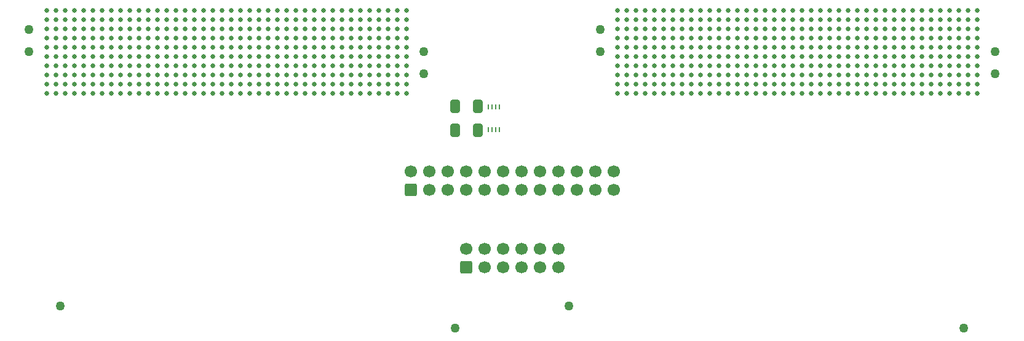
<source format=gbr>
%TF.GenerationSoftware,KiCad,Pcbnew,7.0.10*%
%TF.CreationDate,2024-12-16T15:55:03-07:00*%
%TF.ProjectId,DRXDaughterboard,44525844-6175-4676-9874-6572626f6172,1.1*%
%TF.SameCoordinates,Original*%
%TF.FileFunction,Soldermask,Top*%
%TF.FilePolarity,Negative*%
%FSLAX46Y46*%
G04 Gerber Fmt 4.6, Leading zero omitted, Abs format (unit mm)*
G04 Created by KiCad (PCBNEW 7.0.10) date 2024-12-16 15:55:03*
%MOMM*%
%LPD*%
G01*
G04 APERTURE LIST*
G04 Aperture macros list*
%AMRoundRect*
0 Rectangle with rounded corners*
0 $1 Rounding radius*
0 $2 $3 $4 $5 $6 $7 $8 $9 X,Y pos of 4 corners*
0 Add a 4 corners polygon primitive as box body*
4,1,4,$2,$3,$4,$5,$6,$7,$8,$9,$2,$3,0*
0 Add four circle primitives for the rounded corners*
1,1,$1+$1,$2,$3*
1,1,$1+$1,$4,$5*
1,1,$1+$1,$6,$7*
1,1,$1+$1,$8,$9*
0 Add four rect primitives between the rounded corners*
20,1,$1+$1,$2,$3,$4,$5,0*
20,1,$1+$1,$4,$5,$6,$7,0*
20,1,$1+$1,$6,$7,$8,$9,0*
20,1,$1+$1,$8,$9,$2,$3,0*%
G04 Aperture macros list end*
%ADD10R,0.250000X0.750000*%
%ADD11RoundRect,0.250000X0.412500X0.650000X-0.412500X0.650000X-0.412500X-0.650000X0.412500X-0.650000X0*%
%ADD12RoundRect,0.250000X0.600000X-0.600000X0.600000X0.600000X-0.600000X0.600000X-0.600000X-0.600000X0*%
%ADD13C,1.700000*%
%ADD14C,1.270000*%
%ADD15C,0.640000*%
%ADD16RoundRect,0.250000X-0.412500X-0.650000X0.412500X-0.650000X0.412500X0.650000X-0.412500X0.650000X0*%
G04 APERTURE END LIST*
D10*
%TO.C,U1*%
X138974001Y-89770773D03*
X139474001Y-89770773D03*
X139974001Y-89770773D03*
X140474001Y-89770773D03*
X140474001Y-86670773D03*
X139974001Y-86670773D03*
X139474001Y-86670773D03*
X138974001Y-86670773D03*
%TD*%
D11*
%TO.C,C1*%
X137476501Y-86569773D03*
X134351501Y-86569773D03*
%TD*%
D12*
%TO.C,J3*%
X128294001Y-98117273D03*
D13*
X128294001Y-95577273D03*
X130834001Y-98117273D03*
X130834001Y-95577273D03*
X133374001Y-98117273D03*
X133374001Y-95577273D03*
X135914001Y-98117273D03*
X135914001Y-95577273D03*
X138454001Y-98117273D03*
X138454001Y-95577273D03*
X140994001Y-98117273D03*
X140994001Y-95577273D03*
X143534001Y-98117273D03*
X143534001Y-95577273D03*
X146074001Y-98117273D03*
X146074001Y-95577273D03*
X148614001Y-98117273D03*
X148614001Y-95577273D03*
X151154001Y-98117273D03*
X151154001Y-95577273D03*
X153694001Y-98117273D03*
X153694001Y-95577273D03*
X156234001Y-98117273D03*
X156234001Y-95577273D03*
%TD*%
D14*
%TO.C,J8*%
X208710001Y-82126773D03*
X154329001Y-79076773D03*
D15*
X206285001Y-84791773D03*
X205015001Y-84791773D03*
X203745001Y-84791773D03*
X202475001Y-84791773D03*
X201205001Y-84791773D03*
X199935001Y-84791773D03*
X198665001Y-84791773D03*
X197395001Y-84791773D03*
X196125001Y-84791773D03*
X194855001Y-84791773D03*
X193585001Y-84791773D03*
X192315001Y-84791773D03*
X191045001Y-84791773D03*
X189775001Y-84791773D03*
X188505001Y-84791773D03*
X187235001Y-84791773D03*
X185965001Y-84791773D03*
X184695001Y-84791773D03*
X183425001Y-84791773D03*
X182160001Y-84791773D03*
X180880001Y-84791773D03*
X179615001Y-84791773D03*
X178345001Y-84791773D03*
X177075001Y-84791773D03*
X175805001Y-84791773D03*
X174535001Y-84791773D03*
X173265001Y-84791773D03*
X171995001Y-84791773D03*
X170725001Y-84791773D03*
X169455001Y-84791773D03*
X168185001Y-84791773D03*
X166915001Y-84791773D03*
X165645001Y-84791773D03*
X164375001Y-84791773D03*
X163105001Y-84791773D03*
X161835001Y-84791773D03*
X160565001Y-84791773D03*
X159295001Y-84791773D03*
X158025001Y-84791773D03*
X156755001Y-84791773D03*
X206285001Y-83521773D03*
X205015001Y-83521773D03*
X203745001Y-83521773D03*
X202475001Y-83521773D03*
X201205001Y-83521773D03*
X199935001Y-83521773D03*
X198665001Y-83521773D03*
X197395001Y-83521773D03*
X196125001Y-83521773D03*
X194855001Y-83521773D03*
X193585001Y-83521773D03*
X192315001Y-83521773D03*
X191045001Y-83521773D03*
X189775001Y-83521773D03*
X188505001Y-83521773D03*
X187235001Y-83521773D03*
X185965001Y-83521773D03*
X184695001Y-83521773D03*
X183425001Y-83521773D03*
X182160001Y-83521773D03*
X180880001Y-83521773D03*
X179615001Y-83521773D03*
X178345001Y-83521773D03*
X177075001Y-83521773D03*
X175805001Y-83521773D03*
X174535001Y-83521773D03*
X173265001Y-83521773D03*
X171995001Y-83521773D03*
X170725001Y-83521773D03*
X169455001Y-83521773D03*
X168185001Y-83521773D03*
X166915001Y-83521773D03*
X165645001Y-83521773D03*
X164375001Y-83521773D03*
X163105001Y-83521773D03*
X161835001Y-83521773D03*
X160565001Y-83521773D03*
X159295001Y-83521773D03*
X158025001Y-83521773D03*
X156755001Y-83521773D03*
X206285001Y-82251773D03*
X205015001Y-82251773D03*
X203745001Y-82251773D03*
X202475001Y-82251773D03*
X201205001Y-82251773D03*
X199935001Y-82251773D03*
X198665001Y-82251773D03*
X197395001Y-82251773D03*
X196125001Y-82251773D03*
X194855001Y-82251773D03*
X193585001Y-82251773D03*
X192315001Y-82251773D03*
X191045001Y-82251773D03*
X189775001Y-82251773D03*
X188505001Y-82251773D03*
X187235001Y-82251773D03*
X185965001Y-82251773D03*
X184695001Y-82251773D03*
X183425001Y-82251773D03*
X182160001Y-82251773D03*
X180880001Y-82251773D03*
X179615001Y-82251773D03*
X178345001Y-82251773D03*
X177075001Y-82251773D03*
X175805001Y-82251773D03*
X174535001Y-82251773D03*
X173265001Y-82251773D03*
X171995001Y-82251773D03*
X170725001Y-82251773D03*
X169455001Y-82251773D03*
X168185001Y-82251773D03*
X166915001Y-82251773D03*
X165645001Y-82251773D03*
X164375001Y-82251773D03*
X163105001Y-82251773D03*
X161835001Y-82251773D03*
X160565001Y-82251773D03*
X159295001Y-82251773D03*
X158025001Y-82251773D03*
X156755001Y-82251773D03*
X206285001Y-80981773D03*
X205015001Y-80981773D03*
X203745001Y-80981773D03*
X202475001Y-80981773D03*
X201205001Y-80981773D03*
X199935001Y-80981773D03*
X198665001Y-80981773D03*
X197395001Y-80981773D03*
X196125001Y-80981773D03*
X194855001Y-80981773D03*
X193585001Y-80981773D03*
X192315001Y-80981773D03*
X191045001Y-80981773D03*
X189775001Y-80981773D03*
X188505001Y-80981773D03*
X187235001Y-80981773D03*
X185965001Y-80981773D03*
X184695001Y-80981773D03*
X183425001Y-80981773D03*
X182160001Y-80981773D03*
X180880001Y-80981773D03*
X179615001Y-80981773D03*
X178345001Y-80981773D03*
X177075001Y-80981773D03*
X175805001Y-80981773D03*
X174535001Y-80981773D03*
X173265001Y-80981773D03*
X171995001Y-80981773D03*
X170725001Y-80981773D03*
X169455001Y-80981773D03*
X168185001Y-80981773D03*
X166915001Y-80981773D03*
X165645001Y-80981773D03*
X164375001Y-80981773D03*
X163105001Y-80981773D03*
X161835001Y-80981773D03*
X160565001Y-80981773D03*
X159295001Y-80981773D03*
X158025001Y-80981773D03*
X156755001Y-80981773D03*
X206285001Y-79716773D03*
X205015001Y-79716773D03*
X203745001Y-79716773D03*
X202475001Y-79716773D03*
X201205001Y-79716773D03*
X199935001Y-79716773D03*
X198665001Y-79716773D03*
X197395001Y-79716773D03*
X196125001Y-79716773D03*
X194855001Y-79716773D03*
X193585001Y-79716773D03*
X192315001Y-79716773D03*
X191045001Y-79716773D03*
X189775001Y-79716773D03*
X188505001Y-79716773D03*
X187235001Y-79716773D03*
X185965001Y-79716773D03*
X184695001Y-79716773D03*
X183425001Y-79716773D03*
X182160001Y-79716773D03*
X180880001Y-79716773D03*
X179615001Y-79716773D03*
X178345001Y-79716773D03*
X177075001Y-79716773D03*
X175805001Y-79716773D03*
X174535001Y-79716773D03*
X173265001Y-79716773D03*
X171995001Y-79716773D03*
X170725001Y-79716773D03*
X169455001Y-79716773D03*
X168185001Y-79716773D03*
X166915001Y-79716773D03*
X165645001Y-79716773D03*
X164375001Y-79716773D03*
X163105001Y-79716773D03*
X161835001Y-79716773D03*
X160565001Y-79716773D03*
X159295001Y-79716773D03*
X158025001Y-79716773D03*
X156755001Y-79716773D03*
X206285001Y-78436773D03*
X205015001Y-78436773D03*
X203745001Y-78436773D03*
X202475001Y-78436773D03*
X201205001Y-78436773D03*
X199935001Y-78436773D03*
X198665001Y-78436773D03*
X197395001Y-78436773D03*
X196125001Y-78436773D03*
X194855001Y-78436773D03*
X193585001Y-78436773D03*
X192315001Y-78436773D03*
X191045001Y-78436773D03*
X189775001Y-78436773D03*
X188505001Y-78436773D03*
X187235001Y-78436773D03*
X185965001Y-78436773D03*
X184695001Y-78436773D03*
X183425001Y-78436773D03*
X182160001Y-78436773D03*
X180880001Y-78436773D03*
X179615001Y-78436773D03*
X178345001Y-78436773D03*
X177075001Y-78436773D03*
X175805001Y-78436773D03*
X174535001Y-78436773D03*
X173265001Y-78436773D03*
X171995001Y-78436773D03*
X170725001Y-78436773D03*
X169455001Y-78436773D03*
X168185001Y-78436773D03*
X166915001Y-78436773D03*
X165645001Y-78436773D03*
X164375001Y-78436773D03*
X163105001Y-78436773D03*
X161835001Y-78436773D03*
X160565001Y-78436773D03*
X159295001Y-78436773D03*
X158025001Y-78436773D03*
X156755001Y-78436773D03*
X206285001Y-77171773D03*
X205015001Y-77171773D03*
X203745001Y-77171773D03*
X202475001Y-77171773D03*
X201205001Y-77171773D03*
X199935001Y-77171773D03*
X198665001Y-77171773D03*
X197395001Y-77171773D03*
X196125001Y-77171773D03*
X194855001Y-77171773D03*
X193585001Y-77171773D03*
X192315001Y-77171773D03*
X191045001Y-77171773D03*
X189775001Y-77171773D03*
X188505001Y-77171773D03*
X187235001Y-77171773D03*
X185965001Y-77171773D03*
X184695001Y-77171773D03*
X183425001Y-77171773D03*
X182160001Y-77171773D03*
X180880001Y-77171773D03*
X179615001Y-77171773D03*
X178345001Y-77171773D03*
X177075001Y-77171773D03*
X175805001Y-77171773D03*
X174535001Y-77171773D03*
X173265001Y-77171773D03*
X171995001Y-77171773D03*
X170725001Y-77171773D03*
X169455001Y-77171773D03*
X168185001Y-77171773D03*
X166915001Y-77171773D03*
X165645001Y-77171773D03*
X164375001Y-77171773D03*
X163105001Y-77171773D03*
X161835001Y-77171773D03*
X160565001Y-77171773D03*
X159295001Y-77171773D03*
X158025001Y-77171773D03*
X156755001Y-77171773D03*
X206285001Y-75901773D03*
X205015001Y-75901773D03*
X203745001Y-75901773D03*
X202475001Y-75901773D03*
X201205001Y-75901773D03*
X199935001Y-75901773D03*
X198665001Y-75901773D03*
X197395001Y-75901773D03*
X196125001Y-75901773D03*
X194855001Y-75901773D03*
X193585001Y-75901773D03*
X192315001Y-75901773D03*
X191045001Y-75901773D03*
X189775001Y-75901773D03*
X188505001Y-75901773D03*
X187235001Y-75901773D03*
X185965001Y-75901773D03*
X184695001Y-75901773D03*
X183425001Y-75901773D03*
X182160001Y-75901773D03*
X180880001Y-75901773D03*
X179615001Y-75901773D03*
X178345001Y-75901773D03*
X177075001Y-75901773D03*
X175805001Y-75901773D03*
X174535001Y-75901773D03*
X173265001Y-75901773D03*
X171995001Y-75901773D03*
X170725001Y-75901773D03*
X169455001Y-75901773D03*
X168185001Y-75901773D03*
X166915001Y-75901773D03*
X165645001Y-75901773D03*
X164375001Y-75901773D03*
X163105001Y-75901773D03*
X161835001Y-75901773D03*
X160565001Y-75901773D03*
X159295001Y-75901773D03*
X158025001Y-75901773D03*
X156755001Y-75901773D03*
X206285001Y-74631773D03*
X205015001Y-74631773D03*
X203745001Y-74631773D03*
X202475001Y-74631773D03*
X201205001Y-74631773D03*
X199935001Y-74631773D03*
X198665001Y-74631773D03*
X197395001Y-74631773D03*
X196125001Y-74631773D03*
X194855001Y-74631773D03*
X193585001Y-74631773D03*
X192315001Y-74631773D03*
X191045001Y-74631773D03*
X189775001Y-74631773D03*
X188505001Y-74631773D03*
X187235001Y-74631773D03*
X185965001Y-74631773D03*
X184695001Y-74631773D03*
X183425001Y-74631773D03*
X182160001Y-74631773D03*
X180880001Y-74631773D03*
X179615001Y-74631773D03*
X178345001Y-74631773D03*
X177075001Y-74631773D03*
X175805001Y-74631773D03*
X174535001Y-74631773D03*
X173265001Y-74631773D03*
X171995001Y-74631773D03*
X170725001Y-74631773D03*
X169455001Y-74631773D03*
X168185001Y-74631773D03*
X166915001Y-74631773D03*
X165645001Y-74631773D03*
X164375001Y-74631773D03*
X163105001Y-74631773D03*
X161835001Y-74631773D03*
X160565001Y-74631773D03*
X159295001Y-74631773D03*
X158025001Y-74631773D03*
X156755001Y-74631773D03*
X206285001Y-73361773D03*
X205015001Y-73361773D03*
X203745001Y-73361773D03*
X202475001Y-73361773D03*
X201205001Y-73361773D03*
X199935001Y-73361773D03*
X198665001Y-73361773D03*
X197395001Y-73361773D03*
X196125001Y-73361773D03*
X194855001Y-73361773D03*
X193585001Y-73361773D03*
X192315001Y-73361773D03*
X191045001Y-73361773D03*
X189775001Y-73361773D03*
X188505001Y-73361773D03*
X187235001Y-73361773D03*
X185965001Y-73361773D03*
X184695001Y-73361773D03*
X183425001Y-73361773D03*
X182160001Y-73361773D03*
X180880001Y-73361773D03*
X179615001Y-73361773D03*
X178345001Y-73361773D03*
X177075001Y-73361773D03*
X175805001Y-73361773D03*
X174535001Y-73361773D03*
X173265001Y-73361773D03*
X171995001Y-73361773D03*
X170725001Y-73361773D03*
X169455001Y-73361773D03*
X168185001Y-73361773D03*
X166915001Y-73361773D03*
X165645001Y-73361773D03*
X164375001Y-73361773D03*
X163105001Y-73361773D03*
X161835001Y-73361773D03*
X160565001Y-73361773D03*
X159295001Y-73361773D03*
X158025001Y-73361773D03*
X156755001Y-73361773D03*
%TD*%
D16*
%TO.C,C2*%
X134351501Y-89871773D03*
X137476501Y-89871773D03*
%TD*%
D12*
%TO.C,J6*%
X135914001Y-108794773D03*
D13*
X135914001Y-106254773D03*
X138454001Y-108794773D03*
X138454001Y-106254773D03*
X140994001Y-108794773D03*
X140994001Y-106254773D03*
X143534001Y-108794773D03*
X143534001Y-106254773D03*
X146074001Y-108794773D03*
X146074001Y-106254773D03*
X148614001Y-108794773D03*
X148614001Y-106254773D03*
%TD*%
D14*
%TO.C,J7*%
X130094001Y-82126773D03*
X75713001Y-79076773D03*
D15*
X127669001Y-84791773D03*
X126399001Y-84791773D03*
X125129001Y-84791773D03*
X123859001Y-84791773D03*
X122589001Y-84791773D03*
X121319001Y-84791773D03*
X120049001Y-84791773D03*
X118779001Y-84791773D03*
X117509001Y-84791773D03*
X116239001Y-84791773D03*
X114969001Y-84791773D03*
X113699001Y-84791773D03*
X112429001Y-84791773D03*
X111159001Y-84791773D03*
X109889001Y-84791773D03*
X108619001Y-84791773D03*
X107349001Y-84791773D03*
X106079001Y-84791773D03*
X104809001Y-84791773D03*
X103544001Y-84791773D03*
X102264001Y-84791773D03*
X100999001Y-84791773D03*
X99729001Y-84791773D03*
X98459001Y-84791773D03*
X97189001Y-84791773D03*
X95919001Y-84791773D03*
X94649001Y-84791773D03*
X93379001Y-84791773D03*
X92109001Y-84791773D03*
X90839001Y-84791773D03*
X89569001Y-84791773D03*
X88299001Y-84791773D03*
X87029001Y-84791773D03*
X85759001Y-84791773D03*
X84489001Y-84791773D03*
X83219001Y-84791773D03*
X81949001Y-84791773D03*
X80679001Y-84791773D03*
X79409001Y-84791773D03*
X78139001Y-84791773D03*
X127669001Y-83521773D03*
X126399001Y-83521773D03*
X125129001Y-83521773D03*
X123859001Y-83521773D03*
X122589001Y-83521773D03*
X121319001Y-83521773D03*
X120049001Y-83521773D03*
X118779001Y-83521773D03*
X117509001Y-83521773D03*
X116239001Y-83521773D03*
X114969001Y-83521773D03*
X113699001Y-83521773D03*
X112429001Y-83521773D03*
X111159001Y-83521773D03*
X109889001Y-83521773D03*
X108619001Y-83521773D03*
X107349001Y-83521773D03*
X106079001Y-83521773D03*
X104809001Y-83521773D03*
X103544001Y-83521773D03*
X102264001Y-83521773D03*
X100999001Y-83521773D03*
X99729001Y-83521773D03*
X98459001Y-83521773D03*
X97189001Y-83521773D03*
X95919001Y-83521773D03*
X94649001Y-83521773D03*
X93379001Y-83521773D03*
X92109001Y-83521773D03*
X90839001Y-83521773D03*
X89569001Y-83521773D03*
X88299001Y-83521773D03*
X87029001Y-83521773D03*
X85759001Y-83521773D03*
X84489001Y-83521773D03*
X83219001Y-83521773D03*
X81949001Y-83521773D03*
X80679001Y-83521773D03*
X79409001Y-83521773D03*
X78139001Y-83521773D03*
X127669001Y-82251773D03*
X126399001Y-82251773D03*
X125129001Y-82251773D03*
X123859001Y-82251773D03*
X122589001Y-82251773D03*
X121319001Y-82251773D03*
X120049001Y-82251773D03*
X118779001Y-82251773D03*
X117509001Y-82251773D03*
X116239001Y-82251773D03*
X114969001Y-82251773D03*
X113699001Y-82251773D03*
X112429001Y-82251773D03*
X111159001Y-82251773D03*
X109889001Y-82251773D03*
X108619001Y-82251773D03*
X107349001Y-82251773D03*
X106079001Y-82251773D03*
X104809001Y-82251773D03*
X103544001Y-82251773D03*
X102264001Y-82251773D03*
X100999001Y-82251773D03*
X99729001Y-82251773D03*
X98459001Y-82251773D03*
X97189001Y-82251773D03*
X95919001Y-82251773D03*
X94649001Y-82251773D03*
X93379001Y-82251773D03*
X92109001Y-82251773D03*
X90839001Y-82251773D03*
X89569001Y-82251773D03*
X88299001Y-82251773D03*
X87029001Y-82251773D03*
X85759001Y-82251773D03*
X84489001Y-82251773D03*
X83219001Y-82251773D03*
X81949001Y-82251773D03*
X80679001Y-82251773D03*
X79409001Y-82251773D03*
X78139001Y-82251773D03*
X127669001Y-80981773D03*
X126399001Y-80981773D03*
X125129001Y-80981773D03*
X123859001Y-80981773D03*
X122589001Y-80981773D03*
X121319001Y-80981773D03*
X120049001Y-80981773D03*
X118779001Y-80981773D03*
X117509001Y-80981773D03*
X116239001Y-80981773D03*
X114969001Y-80981773D03*
X113699001Y-80981773D03*
X112429001Y-80981773D03*
X111159001Y-80981773D03*
X109889001Y-80981773D03*
X108619001Y-80981773D03*
X107349001Y-80981773D03*
X106079001Y-80981773D03*
X104809001Y-80981773D03*
X103544001Y-80981773D03*
X102264001Y-80981773D03*
X100999001Y-80981773D03*
X99729001Y-80981773D03*
X98459001Y-80981773D03*
X97189001Y-80981773D03*
X95919001Y-80981773D03*
X94649001Y-80981773D03*
X93379001Y-80981773D03*
X92109001Y-80981773D03*
X90839001Y-80981773D03*
X89569001Y-80981773D03*
X88299001Y-80981773D03*
X87029001Y-80981773D03*
X85759001Y-80981773D03*
X84489001Y-80981773D03*
X83219001Y-80981773D03*
X81949001Y-80981773D03*
X80679001Y-80981773D03*
X79409001Y-80981773D03*
X78139001Y-80981773D03*
X127669001Y-79716773D03*
X126399001Y-79716773D03*
X125129001Y-79716773D03*
X123859001Y-79716773D03*
X122589001Y-79716773D03*
X121319001Y-79716773D03*
X120049001Y-79716773D03*
X118779001Y-79716773D03*
X117509001Y-79716773D03*
X116239001Y-79716773D03*
X114969001Y-79716773D03*
X113699001Y-79716773D03*
X112429001Y-79716773D03*
X111159001Y-79716773D03*
X109889001Y-79716773D03*
X108619001Y-79716773D03*
X107349001Y-79716773D03*
X106079001Y-79716773D03*
X104809001Y-79716773D03*
X103544001Y-79716773D03*
X102264001Y-79716773D03*
X100999001Y-79716773D03*
X99729001Y-79716773D03*
X98459001Y-79716773D03*
X97189001Y-79716773D03*
X95919001Y-79716773D03*
X94649001Y-79716773D03*
X93379001Y-79716773D03*
X92109001Y-79716773D03*
X90839001Y-79716773D03*
X89569001Y-79716773D03*
X88299001Y-79716773D03*
X87029001Y-79716773D03*
X85759001Y-79716773D03*
X84489001Y-79716773D03*
X83219001Y-79716773D03*
X81949001Y-79716773D03*
X80679001Y-79716773D03*
X79409001Y-79716773D03*
X78139001Y-79716773D03*
X127669001Y-78436773D03*
X126399001Y-78436773D03*
X125129001Y-78436773D03*
X123859001Y-78436773D03*
X122589001Y-78436773D03*
X121319001Y-78436773D03*
X120049001Y-78436773D03*
X118779001Y-78436773D03*
X117509001Y-78436773D03*
X116239001Y-78436773D03*
X114969001Y-78436773D03*
X113699001Y-78436773D03*
X112429001Y-78436773D03*
X111159001Y-78436773D03*
X109889001Y-78436773D03*
X108619001Y-78436773D03*
X107349001Y-78436773D03*
X106079001Y-78436773D03*
X104809001Y-78436773D03*
X103544001Y-78436773D03*
X102264001Y-78436773D03*
X100999001Y-78436773D03*
X99729001Y-78436773D03*
X98459001Y-78436773D03*
X97189001Y-78436773D03*
X95919001Y-78436773D03*
X94649001Y-78436773D03*
X93379001Y-78436773D03*
X92109001Y-78436773D03*
X90839001Y-78436773D03*
X89569001Y-78436773D03*
X88299001Y-78436773D03*
X87029001Y-78436773D03*
X85759001Y-78436773D03*
X84489001Y-78436773D03*
X83219001Y-78436773D03*
X81949001Y-78436773D03*
X80679001Y-78436773D03*
X79409001Y-78436773D03*
X78139001Y-78436773D03*
X127669001Y-77171773D03*
X126399001Y-77171773D03*
X125129001Y-77171773D03*
X123859001Y-77171773D03*
X122589001Y-77171773D03*
X121319001Y-77171773D03*
X120049001Y-77171773D03*
X118779001Y-77171773D03*
X117509001Y-77171773D03*
X116239001Y-77171773D03*
X114969001Y-77171773D03*
X113699001Y-77171773D03*
X112429001Y-77171773D03*
X111159001Y-77171773D03*
X109889001Y-77171773D03*
X108619001Y-77171773D03*
X107349001Y-77171773D03*
X106079001Y-77171773D03*
X104809001Y-77171773D03*
X103544001Y-77171773D03*
X102264001Y-77171773D03*
X100999001Y-77171773D03*
X99729001Y-77171773D03*
X98459001Y-77171773D03*
X97189001Y-77171773D03*
X95919001Y-77171773D03*
X94649001Y-77171773D03*
X93379001Y-77171773D03*
X92109001Y-77171773D03*
X90839001Y-77171773D03*
X89569001Y-77171773D03*
X88299001Y-77171773D03*
X87029001Y-77171773D03*
X85759001Y-77171773D03*
X84489001Y-77171773D03*
X83219001Y-77171773D03*
X81949001Y-77171773D03*
X80679001Y-77171773D03*
X79409001Y-77171773D03*
X78139001Y-77171773D03*
X127669001Y-75901773D03*
X126399001Y-75901773D03*
X125129001Y-75901773D03*
X123859001Y-75901773D03*
X122589001Y-75901773D03*
X121319001Y-75901773D03*
X120049001Y-75901773D03*
X118779001Y-75901773D03*
X117509001Y-75901773D03*
X116239001Y-75901773D03*
X114969001Y-75901773D03*
X113699001Y-75901773D03*
X112429001Y-75901773D03*
X111159001Y-75901773D03*
X109889001Y-75901773D03*
X108619001Y-75901773D03*
X107349001Y-75901773D03*
X106079001Y-75901773D03*
X104809001Y-75901773D03*
X103544001Y-75901773D03*
X102264001Y-75901773D03*
X100999001Y-75901773D03*
X99729001Y-75901773D03*
X98459001Y-75901773D03*
X97189001Y-75901773D03*
X95919001Y-75901773D03*
X94649001Y-75901773D03*
X93379001Y-75901773D03*
X92109001Y-75901773D03*
X90839001Y-75901773D03*
X89569001Y-75901773D03*
X88299001Y-75901773D03*
X87029001Y-75901773D03*
X85759001Y-75901773D03*
X84489001Y-75901773D03*
X83219001Y-75901773D03*
X81949001Y-75901773D03*
X80679001Y-75901773D03*
X79409001Y-75901773D03*
X78139001Y-75901773D03*
X127669001Y-74631773D03*
X126399001Y-74631773D03*
X125129001Y-74631773D03*
X123859001Y-74631773D03*
X122589001Y-74631773D03*
X121319001Y-74631773D03*
X120049001Y-74631773D03*
X118779001Y-74631773D03*
X117509001Y-74631773D03*
X116239001Y-74631773D03*
X114969001Y-74631773D03*
X113699001Y-74631773D03*
X112429001Y-74631773D03*
X111159001Y-74631773D03*
X109889001Y-74631773D03*
X108619001Y-74631773D03*
X107349001Y-74631773D03*
X106079001Y-74631773D03*
X104809001Y-74631773D03*
X103544001Y-74631773D03*
X102264001Y-74631773D03*
X100999001Y-74631773D03*
X99729001Y-74631773D03*
X98459001Y-74631773D03*
X97189001Y-74631773D03*
X95919001Y-74631773D03*
X94649001Y-74631773D03*
X93379001Y-74631773D03*
X92109001Y-74631773D03*
X90839001Y-74631773D03*
X89569001Y-74631773D03*
X88299001Y-74631773D03*
X87029001Y-74631773D03*
X85759001Y-74631773D03*
X84489001Y-74631773D03*
X83219001Y-74631773D03*
X81949001Y-74631773D03*
X80679001Y-74631773D03*
X79409001Y-74631773D03*
X78139001Y-74631773D03*
X127669001Y-73361773D03*
X126399001Y-73361773D03*
X125129001Y-73361773D03*
X123859001Y-73361773D03*
X122589001Y-73361773D03*
X121319001Y-73361773D03*
X120049001Y-73361773D03*
X118779001Y-73361773D03*
X117509001Y-73361773D03*
X116239001Y-73361773D03*
X114969001Y-73361773D03*
X113699001Y-73361773D03*
X112429001Y-73361773D03*
X111159001Y-73361773D03*
X109889001Y-73361773D03*
X108619001Y-73361773D03*
X107349001Y-73361773D03*
X106079001Y-73361773D03*
X104809001Y-73361773D03*
X103544001Y-73361773D03*
X102264001Y-73361773D03*
X100999001Y-73361773D03*
X99729001Y-73361773D03*
X98459001Y-73361773D03*
X97189001Y-73361773D03*
X95919001Y-73361773D03*
X94649001Y-73361773D03*
X93379001Y-73361773D03*
X92109001Y-73361773D03*
X90839001Y-73361773D03*
X89569001Y-73361773D03*
X88299001Y-73361773D03*
X87029001Y-73361773D03*
X85759001Y-73361773D03*
X84489001Y-73361773D03*
X83219001Y-73361773D03*
X81949001Y-73361773D03*
X80679001Y-73361773D03*
X79409001Y-73361773D03*
X78139001Y-73361773D03*
%TD*%
D14*
%TO.C,J1*%
X80020001Y-114126773D03*
X134402001Y-117176773D03*
%TD*%
%TO.C,J4*%
X150022001Y-114126773D03*
X204404001Y-117176773D03*
%TD*%
%TO.C,J5*%
X154329001Y-76026773D03*
X208711001Y-79076773D03*
%TD*%
%TO.C,J2*%
X75713001Y-76026773D03*
X130095001Y-79076773D03*
%TD*%
M02*

</source>
